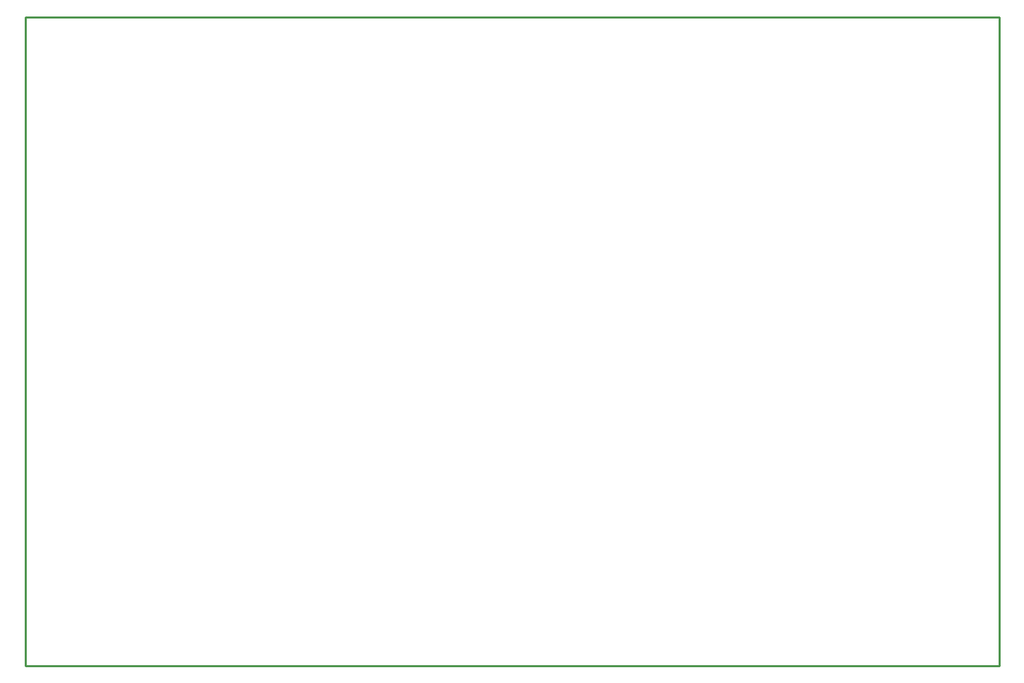
<source format=gko>
G04 Layer_Color=16711935*
%FSLAX25Y25*%
%MOIN*%
G70*
G01*
G75*
%ADD43C,0.01000*%
D43*
X-155000Y-230000D02*
Y85000D01*
X317500D01*
Y-230000D02*
Y85000D01*
X-155000Y-230000D02*
X317500D01*
M02*

</source>
